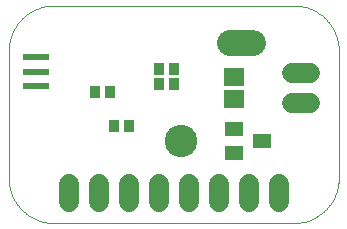
<source format=gbs>
G04 EAGLE Gerber X2 export*
%TF.Part,Single*%
%TF.FileFunction,Other,Solder Mask bottom*%
%TF.FilePolarity,Positive*%
%TF.GenerationSoftware,Autodesk,EAGLE,9.0.0*%
%TF.CreationDate,2018-05-03T06:16:30Z*%
G75*
%MOMM*%
%FSLAX35Y35*%
%LPD*%
%AMOC8*
5,1,8,0,0,1.08239X$1,22.5*%
G01*
%ADD10C,0.076200*%
%ADD11R,0.903200X1.103200*%
%ADD12R,2.203200X0.603200*%
%ADD13R,1.703200X1.503200*%
%ADD14C,1.703200*%
%ADD15C,2.184400*%
%ADD16C,2.743200*%
%ADD17R,1.603200X1.203200*%
%ADD18C,1.727200*%


D10*
X2413000Y1841500D02*
X381000Y1841500D01*
X0Y1460500D02*
X0Y381000D01*
X381000Y0D02*
X2413000Y0D01*
X2794000Y381000D02*
X2794000Y1460500D01*
X381000Y1841500D02*
X371794Y1841389D01*
X362593Y1841055D01*
X353402Y1840499D01*
X344228Y1839721D01*
X335076Y1838722D01*
X325950Y1837502D01*
X316856Y1836062D01*
X307800Y1834402D01*
X298786Y1832524D01*
X289821Y1830429D01*
X280908Y1828118D01*
X272055Y1825592D01*
X263265Y1822853D01*
X254543Y1819902D01*
X245896Y1816741D01*
X237327Y1813373D01*
X228842Y1809798D01*
X220446Y1806019D01*
X212144Y1802039D01*
X203940Y1797859D01*
X195840Y1793482D01*
X187848Y1788910D01*
X179969Y1784147D01*
X172207Y1779195D01*
X164567Y1774057D01*
X157054Y1768735D01*
X149671Y1763234D01*
X142423Y1757556D01*
X135315Y1751704D01*
X128350Y1745683D01*
X121533Y1739494D01*
X114867Y1733143D01*
X108357Y1726633D01*
X102006Y1719967D01*
X95817Y1713150D01*
X89796Y1706185D01*
X83944Y1699077D01*
X78266Y1691829D01*
X72765Y1684446D01*
X67443Y1676933D01*
X62305Y1669293D01*
X57353Y1661531D01*
X52590Y1653652D01*
X48018Y1645660D01*
X43641Y1637560D01*
X39461Y1629356D01*
X35481Y1621054D01*
X31702Y1612658D01*
X28127Y1604173D01*
X24759Y1595604D01*
X21598Y1586957D01*
X18647Y1578235D01*
X15908Y1569445D01*
X13382Y1560592D01*
X11071Y1551679D01*
X8976Y1542714D01*
X7098Y1533700D01*
X5438Y1524644D01*
X3998Y1515550D01*
X2778Y1506424D01*
X1779Y1497272D01*
X1001Y1488098D01*
X445Y1478907D01*
X111Y1469706D01*
X0Y1460500D01*
X2413000Y1841500D02*
X2422206Y1841389D01*
X2431407Y1841055D01*
X2440598Y1840499D01*
X2449772Y1839721D01*
X2458924Y1838722D01*
X2468050Y1837502D01*
X2477144Y1836062D01*
X2486200Y1834402D01*
X2495214Y1832524D01*
X2504179Y1830429D01*
X2513092Y1828118D01*
X2521945Y1825592D01*
X2530735Y1822853D01*
X2539457Y1819902D01*
X2548104Y1816741D01*
X2556673Y1813373D01*
X2565158Y1809798D01*
X2573554Y1806019D01*
X2581856Y1802039D01*
X2590060Y1797859D01*
X2598160Y1793482D01*
X2606152Y1788910D01*
X2614031Y1784147D01*
X2621793Y1779195D01*
X2629433Y1774057D01*
X2636946Y1768735D01*
X2644329Y1763234D01*
X2651577Y1757556D01*
X2658685Y1751704D01*
X2665650Y1745683D01*
X2672467Y1739494D01*
X2679133Y1733143D01*
X2685643Y1726633D01*
X2691994Y1719967D01*
X2698183Y1713150D01*
X2704204Y1706185D01*
X2710056Y1699077D01*
X2715734Y1691829D01*
X2721235Y1684446D01*
X2726557Y1676933D01*
X2731695Y1669293D01*
X2736647Y1661531D01*
X2741410Y1653652D01*
X2745982Y1645660D01*
X2750359Y1637560D01*
X2754539Y1629356D01*
X2758519Y1621054D01*
X2762298Y1612658D01*
X2765873Y1604173D01*
X2769241Y1595604D01*
X2772402Y1586957D01*
X2775353Y1578235D01*
X2778092Y1569445D01*
X2780618Y1560592D01*
X2782929Y1551679D01*
X2785024Y1542714D01*
X2786902Y1533700D01*
X2788562Y1524644D01*
X2790002Y1515550D01*
X2791222Y1506424D01*
X2792221Y1497272D01*
X2792999Y1488098D01*
X2793555Y1478907D01*
X2793889Y1469706D01*
X2794000Y1460500D01*
X381000Y0D02*
X371794Y111D01*
X362593Y445D01*
X353402Y1001D01*
X344228Y1779D01*
X335076Y2778D01*
X325950Y3998D01*
X316856Y5438D01*
X307800Y7098D01*
X298786Y8976D01*
X289821Y11071D01*
X280908Y13382D01*
X272055Y15908D01*
X263265Y18647D01*
X254543Y21598D01*
X245896Y24759D01*
X237327Y28127D01*
X228842Y31702D01*
X220446Y35481D01*
X212144Y39461D01*
X203940Y43641D01*
X195840Y48018D01*
X187848Y52590D01*
X179969Y57353D01*
X172207Y62305D01*
X164567Y67443D01*
X157054Y72765D01*
X149671Y78266D01*
X142423Y83944D01*
X135315Y89796D01*
X128350Y95817D01*
X121533Y102006D01*
X114867Y108357D01*
X108357Y114867D01*
X102006Y121533D01*
X95817Y128350D01*
X89796Y135315D01*
X83944Y142423D01*
X78266Y149671D01*
X72765Y157054D01*
X67443Y164567D01*
X62305Y172207D01*
X57353Y179969D01*
X52590Y187848D01*
X48018Y195840D01*
X43641Y203940D01*
X39461Y212144D01*
X35481Y220446D01*
X31702Y228842D01*
X28127Y237327D01*
X24759Y245896D01*
X21598Y254543D01*
X18647Y263265D01*
X15908Y272055D01*
X13382Y280908D01*
X11071Y289821D01*
X8976Y298786D01*
X7098Y307800D01*
X5438Y316856D01*
X3998Y325950D01*
X2778Y335076D01*
X1779Y344228D01*
X1001Y353402D01*
X445Y362593D01*
X111Y371794D01*
X0Y381000D01*
X2413000Y0D02*
X2422206Y111D01*
X2431407Y445D01*
X2440598Y1001D01*
X2449772Y1779D01*
X2458924Y2778D01*
X2468050Y3998D01*
X2477144Y5438D01*
X2486200Y7098D01*
X2495214Y8976D01*
X2504179Y11071D01*
X2513092Y13382D01*
X2521945Y15908D01*
X2530735Y18647D01*
X2539457Y21598D01*
X2548104Y24759D01*
X2556673Y28127D01*
X2565158Y31702D01*
X2573554Y35481D01*
X2581856Y39461D01*
X2590060Y43641D01*
X2598160Y48018D01*
X2606152Y52590D01*
X2614031Y57353D01*
X2621793Y62305D01*
X2629433Y67443D01*
X2636946Y72765D01*
X2644329Y78266D01*
X2651577Y83944D01*
X2658685Y89796D01*
X2665650Y95817D01*
X2672467Y102006D01*
X2679133Y108357D01*
X2685643Y114867D01*
X2691994Y121533D01*
X2698183Y128350D01*
X2704204Y135315D01*
X2710056Y142423D01*
X2715734Y149671D01*
X2721235Y157054D01*
X2726557Y164567D01*
X2731695Y172207D01*
X2736647Y179969D01*
X2741410Y187848D01*
X2745982Y195840D01*
X2750359Y203940D01*
X2754539Y212144D01*
X2758519Y220446D01*
X2762298Y228842D01*
X2765873Y237327D01*
X2769241Y245896D01*
X2772402Y254543D01*
X2775353Y263265D01*
X2778092Y272055D01*
X2780618Y280908D01*
X2782929Y289821D01*
X2785024Y298786D01*
X2786902Y307800D01*
X2788562Y316856D01*
X2790002Y325950D01*
X2791222Y335076D01*
X2792221Y344228D01*
X2792999Y353402D01*
X2793555Y362593D01*
X2793889Y371794D01*
X2794000Y381000D01*
D11*
X858750Y1111250D03*
X728750Y1111250D03*
X1268500Y1174750D03*
X1398500Y1174750D03*
D12*
X228600Y1162700D03*
X228600Y1282700D03*
X228600Y1402700D03*
D11*
X1017500Y825500D03*
X887500Y825500D03*
X1268500Y1301750D03*
X1398500Y1301750D03*
D13*
X1905000Y1048000D03*
X1905000Y1238000D03*
D14*
X2401500Y1016000D02*
X2551500Y1016000D01*
X2551500Y1270000D02*
X2401500Y1270000D01*
D15*
X2067560Y1524000D02*
X1869440Y1524000D01*
D16*
X1460500Y698500D03*
D17*
X1905800Y596900D03*
X1905800Y800100D03*
X2147100Y698500D03*
D18*
X2286000Y330200D02*
X2286000Y177800D01*
X2032000Y177800D02*
X2032000Y330200D01*
X1778000Y330200D02*
X1778000Y177800D01*
X1524000Y177800D02*
X1524000Y330200D01*
X1270000Y330200D02*
X1270000Y177800D01*
X1016000Y177800D02*
X1016000Y330200D01*
X762000Y330200D02*
X762000Y177800D01*
X508000Y177800D02*
X508000Y330200D01*
M02*

</source>
